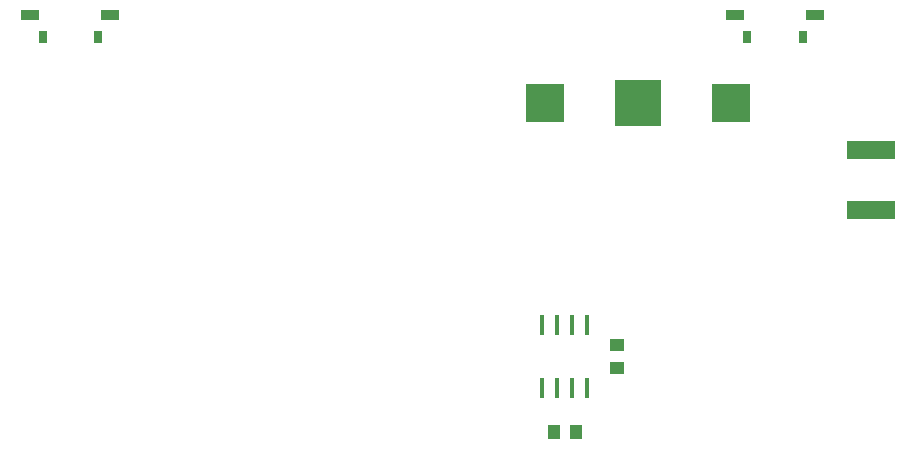
<source format=gbp>
G04 DipTrace 3.0.0.2*
G04 Teensy3.6TouchDisplayLoRa.gbp*
%MOIN*%
G04 #@! TF.FileFunction,Paste,Bot*
G04 #@! TF.Part,Single*
%AMOUTLINE2*
4,1,4,
-0.013563,0.021063,
-0.013563,-0.021063,
0.013563,-0.021063,
0.013563,0.021063,
-0.013563,0.021063,
0*%
%AMOUTLINE3*
4,1,4,
0.0285,0.0155,
-0.0285,0.0155,
-0.0285,-0.0155,
0.0285,-0.0155,
0.0285,0.0155,
0*%
%AMOUTLINE9*
4,1,4,
0.08,-0.03,
0.08,0.03,
-0.08,0.03,
-0.08,-0.03,
0.08,-0.03,
0*%
%ADD53R,0.156X0.156*%
%ADD54R,0.125X0.125*%
%ADD81R,0.015748X0.070866*%
%ADD105R,0.051181X0.043307*%
%ADD107R,0.043307X0.051181*%
%ADD115OUTLINE2*%
%ADD116OUTLINE3*%
%ADD122OUTLINE9*%
%FSLAX26Y26*%
G04*
G70*
G90*
G75*
G01*
G04 BotPaste*
%LPD*%
D105*
X2818701Y1206103D3*
Y1131299D3*
D115*
X3251211Y2233701D3*
X3436211D3*
D116*
X3210711Y2308201D3*
X3476711D3*
D107*
X2681103Y918701D3*
X2606299D3*
D115*
X902378Y2233701D3*
X1087378D3*
D116*
X861878Y2308201D3*
X1127878D3*
D81*
X2718701Y1062402D3*
X2668701D3*
X2618701D3*
X2568701D3*
Y1275000D3*
X2618701D3*
X2668701D3*
X2718701D3*
D53*
X2887457Y2013692D3*
D54*
X3197457D3*
X2577457D3*
D122*
X3663702Y1656200D3*
Y1856200D3*
M02*

</source>
